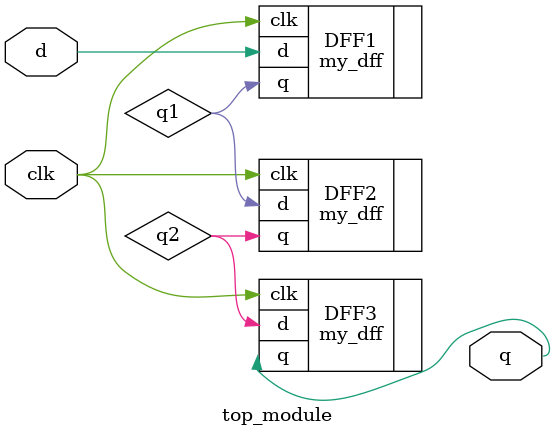
<source format=v>
module top_module ( input clk, input d, output q );
	wire q1;
   	wire q2;

    my_dff DFF1 (.clk(clk) ,.d(d) ,.q(q1));
    my_dff DFF2 (.clk(clk) ,.d(q1) ,.q(q2)); 
    my_dff DFF3 (.clk(clk) ,.d(q2) ,.q(q)); 
	
    
    
endmodule

</source>
